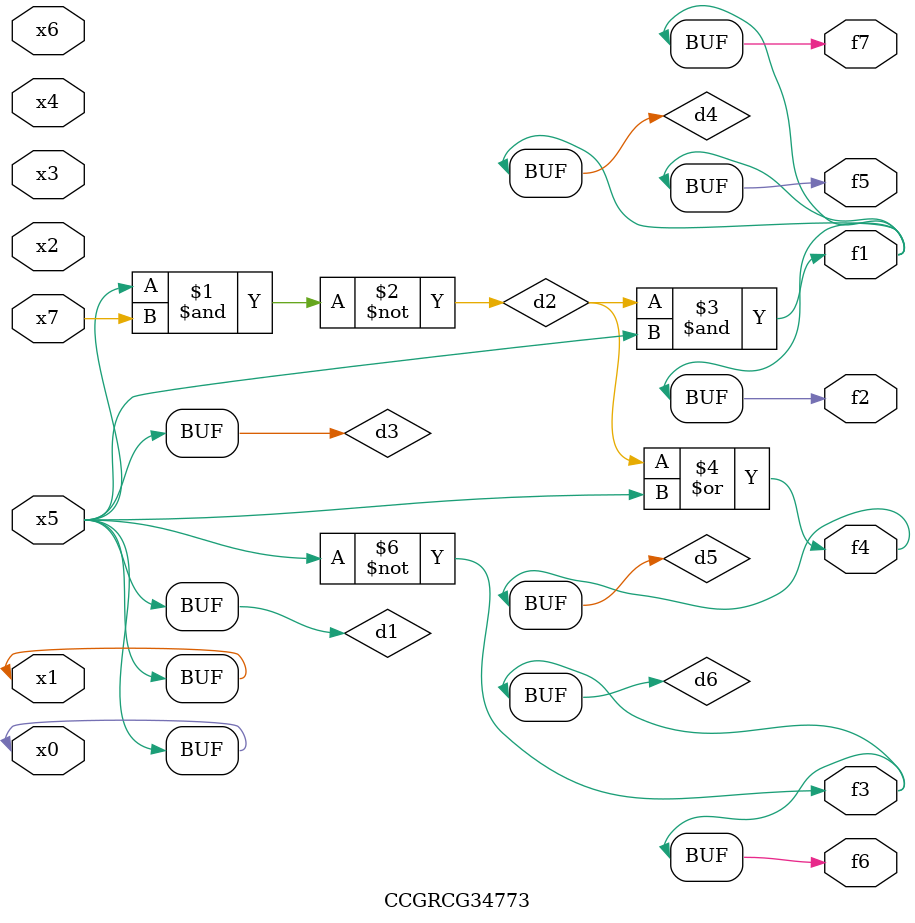
<source format=v>
module CCGRCG34773(
	input x0, x1, x2, x3, x4, x5, x6, x7,
	output f1, f2, f3, f4, f5, f6, f7
);

	wire d1, d2, d3, d4, d5, d6;

	buf (d1, x0, x5);
	nand (d2, x5, x7);
	buf (d3, x0, x1);
	and (d4, d2, d3);
	or (d5, d2, d3);
	nor (d6, d1, d3);
	assign f1 = d4;
	assign f2 = d4;
	assign f3 = d6;
	assign f4 = d5;
	assign f5 = d4;
	assign f6 = d6;
	assign f7 = d4;
endmodule

</source>
